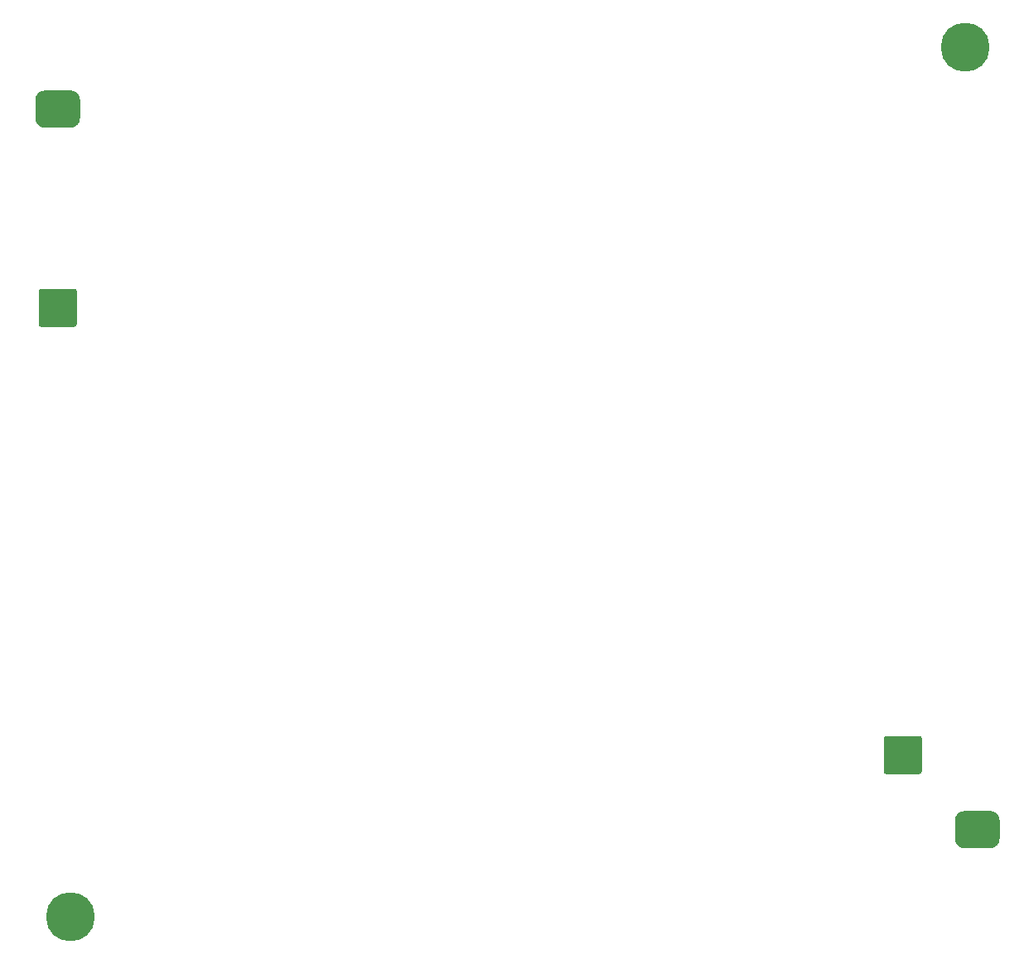
<source format=gbr>
%TF.GenerationSoftware,KiCad,Pcbnew,(5.1.12)-1*%
%TF.CreationDate,2021-11-29T17:29:34+10:30*%
%TF.ProjectId,SWR_02,5357525f-3032-42e6-9b69-6361645f7063,1*%
%TF.SameCoordinates,Original*%
%TF.FileFunction,Soldermask,Bot*%
%TF.FilePolarity,Negative*%
%FSLAX46Y46*%
G04 Gerber Fmt 4.6, Leading zero omitted, Abs format (unit mm)*
G04 Created by KiCad (PCBNEW (5.1.12)-1) date 2021-11-29 17:29:34*
%MOMM*%
%LPD*%
G01*
G04 APERTURE LIST*
%ADD10C,5.000000*%
%ADD11C,2.900000*%
G04 APERTURE END LIST*
%TO.C,J2*%
G36*
G01*
X145986500Y-107315000D02*
X148653500Y-107315000D01*
G75*
G02*
X149606000Y-108267500I0J-952500D01*
G01*
X149606000Y-110172500D01*
G75*
G02*
X148653500Y-111125000I-952500J0D01*
G01*
X145986500Y-111125000D01*
G75*
G02*
X145034000Y-110172500I0J952500D01*
G01*
X145034000Y-108267500D01*
G75*
G02*
X145986500Y-107315000I952500J0D01*
G01*
G37*
%TD*%
%TO.C,J1*%
G36*
G01*
X54673500Y-37465000D02*
X52006500Y-37465000D01*
G75*
G02*
X51054000Y-36512500I0J952500D01*
G01*
X51054000Y-34607500D01*
G75*
G02*
X52006500Y-33655000I952500J0D01*
G01*
X54673500Y-33655000D01*
G75*
G02*
X55626000Y-34607500I0J-952500D01*
G01*
X55626000Y-36512500D01*
G75*
G02*
X54673500Y-37465000I-952500J0D01*
G01*
G37*
%TD*%
D10*
%TO.C,H2*%
X54610000Y-118110000D03*
D11*
X54610000Y-118110000D03*
%TD*%
D10*
%TO.C,H1*%
X146050000Y-29210000D03*
D11*
X146050000Y-29210000D03*
%TD*%
%TO.C,J4*%
G36*
G01*
X137750000Y-103299999D02*
X137750000Y-99900001D01*
G75*
G02*
X138000001Y-99650000I250001J0D01*
G01*
X141399999Y-99650000D01*
G75*
G02*
X141650000Y-99900001I0J-250001D01*
G01*
X141650000Y-103299999D01*
G75*
G02*
X141399999Y-103550000I-250001J0D01*
G01*
X138000001Y-103550000D01*
G75*
G02*
X137750000Y-103299999I0J250001D01*
G01*
G37*
%TD*%
%TO.C,J3*%
G36*
G01*
X55039999Y-57830000D02*
X51640001Y-57830000D01*
G75*
G02*
X51390000Y-57579999I0J250001D01*
G01*
X51390000Y-54180001D01*
G75*
G02*
X51640001Y-53930000I250001J0D01*
G01*
X55039999Y-53930000D01*
G75*
G02*
X55290000Y-54180001I0J-250001D01*
G01*
X55290000Y-57579999D01*
G75*
G02*
X55039999Y-57830000I-250001J0D01*
G01*
G37*
%TD*%
M02*

</source>
